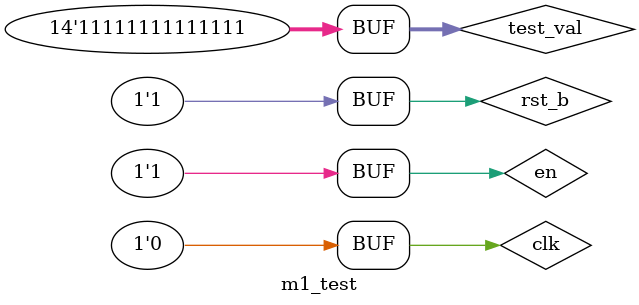
<source format=v>
`timescale 1ns / 1ps


module m1_test;

	// Inputs
	reg clk;
	reg rst_b;
	reg en;

	// Outputs
	wire [6:0] addrR;
	wire [6:0] addrC;
	wire done;
	reg [13: 0] test_val;

	// Instantiate the Unit Under Test (UUT)
	addr_walkthrough uut (
		.clk(clk), 
		.rst_b(rst_b), 
		.en(en), 
		.addrR(addrR), 
		.addrC(addrC), 
		.done(done)
	);

	initial begin
		// Initialize Inputs
		clk = 0;
		rst_b = 0;
		en = 0;

		// Wait 100 ns for global reset to finish
		#100;
       en = 1;
		 rst_b = 1;
		 test_val = ~{14{1'b0}};
		 
		// Add stimulus here

	end
	always begin
		clk = 1;#30;
		clk = 0;#30;
	end
      
endmodule


</source>
